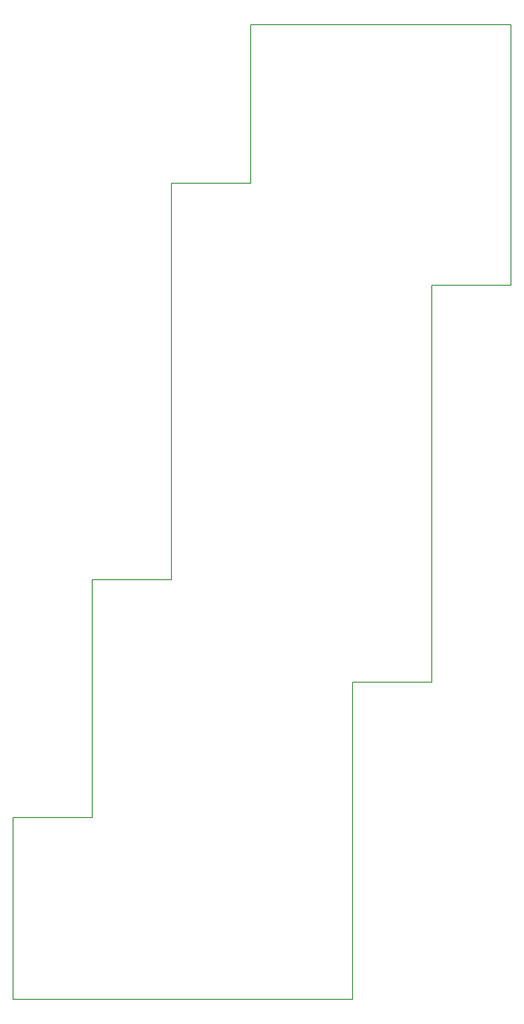
<source format=gbr>
G04 #@! TF.FileFunction,Profile,NP*
%FSLAX46Y46*%
G04 Gerber Fmt 4.6, Leading zero omitted, Abs format (unit mm)*
G04 Created by KiCad (PCBNEW 4.0.6) date Mon Jul 10 19:19:58 2017*
%MOMM*%
%LPD*%
G01*
G04 APERTURE LIST*
%ADD10C,0.100000*%
%ADD11C,0.150000*%
G04 APERTURE END LIST*
D10*
D11*
X102864700Y-55269600D02*
X104864700Y-55269600D01*
X102864700Y-55269600D02*
X102864700Y-57269600D01*
X106864700Y-55269600D02*
X116753600Y-55269600D01*
X116753600Y-55269600D02*
X118753600Y-55269600D01*
X104864700Y-55269600D02*
X106864700Y-55269600D01*
X120753600Y-55269600D02*
X130642400Y-55269600D01*
X130642400Y-55269600D02*
X132642400Y-55269600D01*
X118753600Y-55269600D02*
X120753600Y-55269600D01*
X134642400Y-55269600D02*
X144531300Y-55269600D01*
X144531300Y-55269600D02*
X146531300Y-55269600D01*
X132642400Y-55269600D02*
X134642400Y-55269600D01*
X148531300Y-55269600D02*
X148531300Y-57269600D01*
X146531300Y-55269600D02*
X148531300Y-55269600D01*
X102864700Y-57269600D02*
X102864700Y-59269600D01*
X102864700Y-69158400D02*
X102864700Y-71158400D01*
X102864700Y-59269600D02*
X102864700Y-69158400D01*
X148531300Y-57269600D02*
X148531300Y-59269600D01*
X148531300Y-59269600D02*
X148531300Y-69158400D01*
X148531300Y-69158400D02*
X148531300Y-71158400D01*
X88975800Y-83047300D02*
X90975800Y-83047300D01*
X88975800Y-83047300D02*
X88975800Y-85047300D01*
X102864700Y-71158400D02*
X102864700Y-73158400D01*
X92975800Y-83047300D02*
X102864700Y-83047300D01*
X90975800Y-83047300D02*
X92975800Y-83047300D01*
X102864700Y-73158400D02*
X102864700Y-83047300D01*
X148531300Y-71158400D02*
X148531300Y-73158400D01*
X148531300Y-73158400D02*
X148531300Y-83047300D01*
X148531300Y-83047300D02*
X148531300Y-85047300D01*
X88975800Y-85047300D02*
X88975800Y-87047300D01*
X88975800Y-96936200D02*
X88975800Y-98936200D01*
X88975800Y-87047300D02*
X88975800Y-96936200D01*
X148531300Y-85047300D02*
X148531300Y-87047300D01*
X148531300Y-87047300D02*
X148531300Y-96936200D01*
X148531300Y-96936200D02*
X148531300Y-98936200D01*
X88975800Y-98936200D02*
X88975800Y-100936200D01*
X88975800Y-110825100D02*
X88975800Y-112825100D01*
X88975800Y-100936200D02*
X88975800Y-110825100D01*
X134642400Y-100936200D02*
X144531300Y-100936200D01*
X144531300Y-100936200D02*
X146531300Y-100936200D01*
X134642400Y-100936200D02*
X134642400Y-110825100D01*
X134642400Y-110825100D02*
X134642400Y-112825100D01*
X148531300Y-98936200D02*
X148531300Y-100936200D01*
X146531300Y-100936200D02*
X148531300Y-100936200D01*
X88975800Y-112825100D02*
X88975800Y-114825100D01*
X88975800Y-124714000D02*
X88975800Y-126714000D01*
X88975800Y-114825100D02*
X88975800Y-124714000D01*
X134642400Y-112825100D02*
X134642400Y-114825100D01*
X134642400Y-114825100D02*
X134642400Y-124714000D01*
X134642400Y-124714000D02*
X134642400Y-126714000D01*
X88975800Y-126714000D02*
X88975800Y-128714000D01*
X88975800Y-138602900D02*
X88975800Y-140602900D01*
X88975800Y-128714000D02*
X88975800Y-138602900D01*
X134642400Y-126714000D02*
X134642400Y-128714000D01*
X134642400Y-128714000D02*
X134642400Y-138602900D01*
X134642400Y-138602900D02*
X134642400Y-140602900D01*
X75086900Y-152491800D02*
X77086900Y-152491800D01*
X75086900Y-152491800D02*
X75086900Y-154491800D01*
X88975800Y-140602900D02*
X88975800Y-142602900D01*
X79086900Y-152491800D02*
X88975800Y-152491800D01*
X77086900Y-152491800D02*
X79086900Y-152491800D01*
X88975800Y-142602900D02*
X88975800Y-152491800D01*
X134642400Y-140602900D02*
X134642400Y-142602900D01*
X134642400Y-142602900D02*
X134642400Y-152491800D01*
X134642400Y-152491800D02*
X134642400Y-154491800D01*
X75086900Y-154491800D02*
X75086900Y-156491800D01*
X75086900Y-166380700D02*
X75086900Y-168380700D01*
X75086900Y-156491800D02*
X75086900Y-166380700D01*
X134642400Y-154491800D02*
X134642400Y-156491800D01*
X134642400Y-156491800D02*
X134642400Y-166380700D01*
X134642400Y-166380700D02*
X134642400Y-168380700D01*
X75086900Y-168380700D02*
X75086900Y-170380700D01*
X75086900Y-180269600D02*
X75086900Y-182269600D01*
X75086900Y-170380700D02*
X75086900Y-180269600D01*
X120753600Y-170380700D02*
X130642400Y-170380700D01*
X130642400Y-170380700D02*
X132642400Y-170380700D01*
X120753600Y-170380700D02*
X120753600Y-180269600D01*
X120753600Y-180269600D02*
X120753600Y-182269600D01*
X134642400Y-168380700D02*
X134642400Y-170380700D01*
X132642400Y-170380700D02*
X134642400Y-170380700D01*
X61198000Y-194158400D02*
X63198000Y-194158400D01*
X61198000Y-194158400D02*
X61198000Y-196158400D01*
X75086900Y-182269600D02*
X75086900Y-184269600D01*
X65198000Y-194158400D02*
X75086900Y-194158400D01*
X63198000Y-194158400D02*
X65198000Y-194158400D01*
X75086900Y-184269600D02*
X75086900Y-194158400D01*
X120753600Y-182269600D02*
X120753600Y-184269600D01*
X120753600Y-184269600D02*
X120753600Y-194158400D01*
X120753600Y-194158400D02*
X120753600Y-196158400D01*
X61198000Y-196158400D02*
X61198000Y-198158400D01*
X61198000Y-208047300D02*
X61198000Y-210047300D01*
X61198000Y-198158400D02*
X61198000Y-208047300D01*
X120753600Y-196158400D02*
X120753600Y-198158400D01*
X120753600Y-198158400D02*
X120753600Y-208047300D01*
X120753600Y-208047300D02*
X120753600Y-210047300D01*
X61198000Y-210047300D02*
X61198000Y-212047300D01*
X61198000Y-221936200D02*
X61198000Y-223936200D01*
X61198000Y-212047300D02*
X61198000Y-221936200D01*
X120753600Y-210047300D02*
X120753600Y-212047300D01*
X120753600Y-212047300D02*
X120753600Y-221936200D01*
X120753600Y-221936200D02*
X120753600Y-223936200D01*
X61198000Y-223936200D02*
X61198000Y-225936200D01*
X61198000Y-225936200D02*
X63198000Y-225936200D01*
X65198000Y-225936200D02*
X75086900Y-225936200D01*
X75086900Y-225936200D02*
X77086900Y-225936200D01*
X63198000Y-225936200D02*
X65198000Y-225936200D01*
X79086900Y-225936200D02*
X88975800Y-225936200D01*
X88975800Y-225936200D02*
X90975800Y-225936200D01*
X77086900Y-225936200D02*
X79086900Y-225936200D01*
X92975800Y-225936200D02*
X102864700Y-225936200D01*
X102864700Y-225936200D02*
X104864700Y-225936200D01*
X90975800Y-225936200D02*
X92975800Y-225936200D01*
X106864700Y-225936200D02*
X116753600Y-225936200D01*
X116753600Y-225936200D02*
X118753600Y-225936200D01*
X104864700Y-225936200D02*
X106864700Y-225936200D01*
X120753600Y-223936200D02*
X120753600Y-225936200D01*
X118753600Y-225936200D02*
X120753600Y-225936200D01*
M02*

</source>
